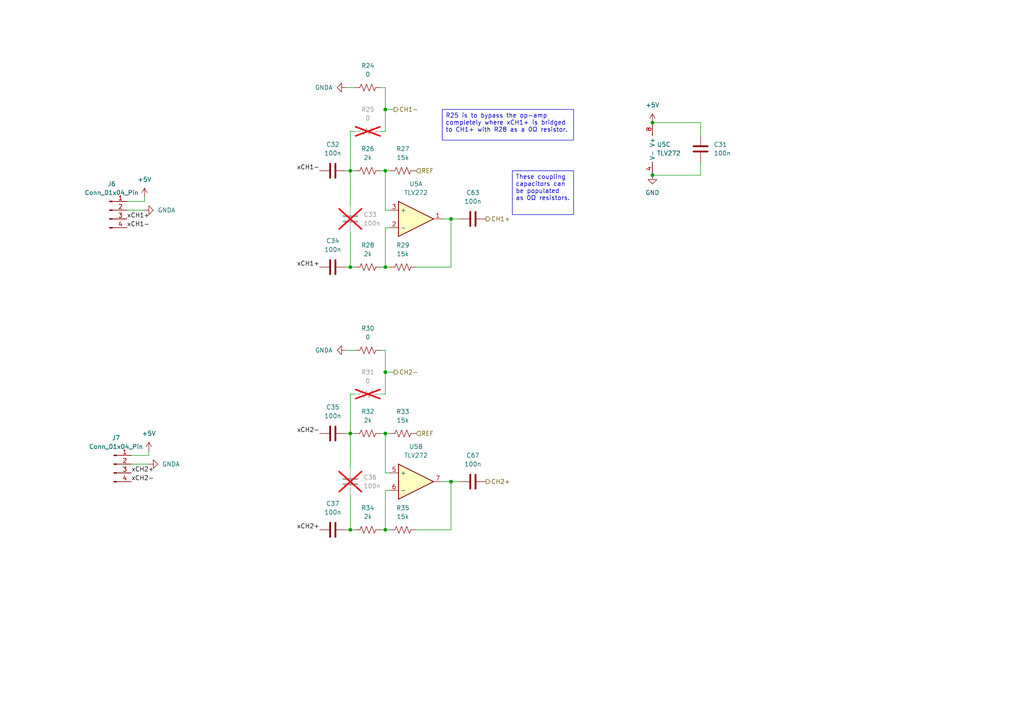
<source format=kicad_sch>
(kicad_sch (version 20230121) (generator eeschema)
  (paper "A4")
  (lib_symbols
    (symbol "Connector:Conn_01x04_Pin" (pin_names (offset 1.016) hide)
      (property "Reference" "J" (at 0 5.08 0))
      (property "Value" "Conn_01x04_Pin" (at 0 -7.62 0))
      (symbol "Conn_01x04_Pin_1_1"
        (polyline (pts (xy 1.27 -5.08) (xy 0.8636 -5.08)) (stroke (width 0.1524)))
        (polyline (pts (xy 1.27 -2.54) (xy 0.8636 -2.54)) (stroke (width 0.1524)))
        (polyline (pts (xy 1.27 0) (xy 0.8636 0)) (stroke (width 0.1524)))
        (polyline (pts (xy 1.27 2.54) (xy 0.8636 2.54)) (stroke (width 0.1524)))
        (rectangle (start 0.8636 -4.953) (end 0 -5.207) (stroke (width 0.1524)) (fill (type outline)))
        (rectangle (start 0.8636 -2.413) (end 0 -2.667) (stroke (width 0.1524)) (fill (type outline)))
        (rectangle (start 0.8636 0.127) (end 0 -0.127) (stroke (width 0.1524)) (fill (type outline)))
        (rectangle (start 0.8636 2.667) (end 0 2.413) (stroke (width 0.1524)) (fill (type outline)))
        (pin passive line (at 5.08 2.54 180) (length 3.81) (name "Pin_1") (number "1"))
        (pin passive line (at 5.08 0 180) (length 3.81) (name "Pin_2") (number "2"))
        (pin passive line (at 5.08 -2.54 180) (length 3.81) (name "Pin_3") (number "3"))
        (pin passive line (at 5.08 -5.08 180) (length 3.81) (name "Pin_4") (number "4"))
      )
    )
    (symbol "Device:C" (pin_numbers hide) (pin_names (offset 0.254))
      (property "Reference" "C" (at 0.635 2.54 0))
      (property "Value" "C" (at 0.635 -2.54 0))
      (symbol "C_0_1"
        (polyline (pts (xy -2.032 -0.762) (xy 2.032 -0.762)) (stroke (width 0.508)))
        (polyline (pts (xy -2.032 0.762) (xy 2.032 0.762)) (stroke (width 0.508)))
      )
      (symbol "C_1_1"
        (pin passive line (at 0 3.81 270) (length 2.794) (name "~") (number "1"))
        (pin passive line (at 0 -3.81 90) (length 2.794) (name "~") (number "2"))
      )
    )
    (symbol "Device:Opamp_Dual"
      (property "Reference" "U" (at 0 5.08 0))
      (property "Value" "Opamp_Dual" (at 0 -5.08 0))
      (symbol "Opamp_Dual_1_1"
        (polyline (pts (xy -5.08 5.08) (xy 5.08 0) (xy -5.08 -5.08) (xy -5.08 5.08)) (stroke (width 0.254)) (fill (type background)))
        (pin output line (at 7.62 0 180) (length 2.54) (name "~") (number "1"))
        (pin input line (at -7.62 -2.54 0) (length 2.54) (name "-") (number "2"))
        (pin input line (at -7.62 2.54 0) (length 2.54) (name "+") (number "3"))
      )
      (symbol "Opamp_Dual_2_1"
        (polyline (pts (xy -5.08 5.08) (xy 5.08 0) (xy -5.08 -5.08) (xy -5.08 5.08)) (stroke (width 0.254)) (fill (type background)))
        (pin input line (at -7.62 2.54 0) (length 2.54) (name "+") (number "5"))
        (pin input line (at -7.62 -2.54 0) (length 2.54) (name "-") (number "6"))
        (pin output line (at 7.62 0 180) (length 2.54) (name "~") (number "7"))
      )
      (symbol "Opamp_Dual_3_1"
        (pin power_in line (at -2.54 -7.62 90) (length 3.81) (name "V-") (number "4"))
        (pin power_in line (at -2.54 7.62 270) (length 3.81) (name "V+") (number "8"))
      )
    )
    (symbol "Device:R_US" (pin_numbers hide) (pin_names (offset 0))
      (property "Reference" "R" (at 2.54 0 90))
      (property "Value" "R_US" (at -2.54 0 90))
      (symbol "R_US_0_1"
        (polyline (pts (xy 0 -2.286) (xy 0 -2.54)))
        (polyline (pts (xy 0 2.286) (xy 0 2.54)))
        (polyline (pts (xy 0 -0.762) (xy 1.016 -1.143) (xy 0 -1.524) (xy -1.016 -1.905) (xy 0 -2.286)))
        (polyline (pts (xy 0 0.762) (xy 1.016 0.381) (xy 0 0) (xy -1.016 -0.381) (xy 0 -0.762)))
        (polyline (pts (xy 0 2.286) (xy 1.016 1.905) (xy 0 1.524) (xy -1.016 1.143) (xy 0 0.762)))
      )
      (symbol "R_US_1_1"
        (pin passive line (at 0 3.81 270) (length 1.27) (name "~") (number "1"))
        (pin passive line (at 0 -3.81 90) (length 1.27) (name "~") (number "2"))
      )
    )
    (symbol "power:+5V" (power) (pin_names (offset 0))
      (property "Value" "+5V" (at 0 3.556 0))
      (symbol "+5V_0_1"
        (polyline (pts (xy -0.762 1.27) (xy 0 2.54)))
        (polyline (pts (xy 0 0) (xy 0 2.54)))
        (polyline (pts (xy 0 2.54) (xy 0.762 1.27)))
      )
      (symbol "+5V_1_1"
        (pin power_in line (at 0 0 90) (length 0) hide (name "+5V") (number "1"))
      )
    )
    (symbol "power:GND" (power) (pin_names (offset 0))
      (property "Value" "GND" (at 0 -3.81 0))
      (symbol "GND_0_1"
        (polyline (pts (xy 0 0) (xy 0 -1.27) (xy 1.27 -1.27) (xy 0 -2.54) (xy -1.27 -1.27) (xy 0 -1.27)))
      )
      (symbol "GND_1_1"
        (pin power_in line (at 0 0 270) (length 0) hide (name "GND") (number "1"))
      )
    )
    (symbol "power:GNDA" (power) (pin_names (offset 0))
      (property "Value" "GNDA" (at 0 -3.81 0))
      (symbol "GNDA_0_1"
        (polyline (pts (xy 0 0) (xy 0 -1.27) (xy 1.27 -1.27) (xy 0 -2.54) (xy -1.27 -1.27) (xy 0 -1.27)))
      )
      (symbol "GNDA_1_1"
        (pin power_in line (at 0 0 270) (length 0) hide (name "GNDA") (number "1"))
      )
    )
  )
  (junction (at 130.81 63.5))
  (junction (at 101.6 77.47))
  (junction (at 101.6 49.53))
  (junction (at 111.76 107.95))
  (junction (at 101.6 125.73))
  (junction (at 111.76 77.47))
  (junction (at 111.76 153.67))
  (junction (at 111.76 49.53))
  (junction (at 130.81 139.7))
  (junction (at 189.23 35.56))
  (junction (at 101.6 153.67))
  (junction (at 189.23 50.8))
  (junction (at 111.76 31.75))
  (junction (at 111.76 125.73))
  (wire (pts (xy 130.81 153.67) (xy 130.81 139.7)))
  (wire (pts (xy 101.6 49.53) (xy 102.87 49.53)))
  (wire (pts (xy 111.76 60.96) (xy 111.76 49.53)))
  (wire (pts (xy 113.03 60.96) (xy 111.76 60.96)))
  (wire (pts (xy 203.2 39.37) (xy 203.2 35.56)))
  (wire (pts (xy 110.49 125.73) (xy 111.76 125.73)))
  (wire (pts (xy 110.49 77.47) (xy 111.76 77.47)))
  (wire (pts (xy 111.76 137.16) (xy 111.76 125.73)))
  (wire (pts (xy 111.76 114.3) (xy 111.76 107.95)))
  (wire (pts (xy 101.6 38.1) (xy 101.6 49.53)))
  (wire (pts (xy 36.83 60.96) (xy 41.91 60.96)))
  (wire (pts (xy 111.76 107.95) (xy 114.3 107.95)))
  (wire (pts (xy 101.6 114.3) (xy 101.6 125.73)))
  (wire (pts (xy 100.33 125.73) (xy 101.6 125.73)))
  (wire (pts (xy 101.6 143.51) (xy 101.6 153.67)))
  (wire (pts (xy 100.33 49.53) (xy 101.6 49.53)))
  (wire (pts (xy 130.81 139.7) (xy 128.27 139.7)))
  (wire (pts (xy 100.33 25.4) (xy 102.87 25.4)))
  (wire (pts (xy 111.76 77.47) (xy 113.03 77.47)))
  (wire (pts (xy 110.49 38.1) (xy 111.76 38.1)))
  (wire (pts (xy 111.76 153.67) (xy 113.03 153.67)))
  (wire (pts (xy 101.6 125.73) (xy 102.87 125.73)))
  (wire (pts (xy 110.49 153.67) (xy 111.76 153.67)))
  (wire (pts (xy 101.6 49.53) (xy 101.6 59.69)))
  (wire (pts (xy 120.65 153.67) (xy 130.81 153.67)))
  (wire (pts (xy 111.76 38.1) (xy 111.76 31.75)))
  (wire (pts (xy 101.6 38.1) (xy 102.87 38.1)))
  (wire (pts (xy 111.76 107.95) (xy 111.76 101.6)))
  (wire (pts (xy 101.6 67.31) (xy 101.6 77.47)))
  (wire (pts (xy 101.6 125.73) (xy 101.6 135.89)))
  (wire (pts (xy 111.76 66.04) (xy 111.76 77.47)))
  (wire (pts (xy 110.49 49.53) (xy 111.76 49.53)))
  (wire (pts (xy 203.2 35.56) (xy 189.23 35.56)))
  (wire (pts (xy 111.76 142.24) (xy 111.76 153.67)))
  (wire (pts (xy 120.65 77.47) (xy 130.81 77.47)))
  (wire (pts (xy 111.76 31.75) (xy 114.3 31.75)))
  (wire (pts (xy 36.83 58.42) (xy 41.91 58.42)))
  (wire (pts (xy 43.18 132.08) (xy 43.18 130.81)))
  (wire (pts (xy 38.1 132.08) (xy 43.18 132.08)))
  (wire (pts (xy 113.03 137.16) (xy 111.76 137.16)))
  (wire (pts (xy 111.76 25.4) (xy 110.49 25.4)))
  (wire (pts (xy 111.76 101.6) (xy 110.49 101.6)))
  (wire (pts (xy 111.76 31.75) (xy 111.76 25.4)))
  (wire (pts (xy 101.6 77.47) (xy 102.87 77.47)))
  (wire (pts (xy 113.03 142.24) (xy 111.76 142.24)))
  (wire (pts (xy 130.81 63.5) (xy 128.27 63.5)))
  (wire (pts (xy 110.49 114.3) (xy 111.76 114.3)))
  (wire (pts (xy 130.81 77.47) (xy 130.81 63.5)))
  (wire (pts (xy 130.81 63.5) (xy 133.35 63.5)))
  (wire (pts (xy 111.76 49.53) (xy 113.03 49.53)))
  (wire (pts (xy 111.76 125.73) (xy 113.03 125.73)))
  (wire (pts (xy 101.6 153.67) (xy 102.87 153.67)))
  (wire (pts (xy 100.33 153.67) (xy 101.6 153.67)))
  (wire (pts (xy 38.1 134.62) (xy 43.18 134.62)))
  (wire (pts (xy 100.33 101.6) (xy 102.87 101.6)))
  (wire (pts (xy 101.6 114.3) (xy 102.87 114.3)))
  (wire (pts (xy 41.91 58.42) (xy 41.91 57.15)))
  (wire (pts (xy 113.03 66.04) (xy 111.76 66.04)))
  (wire (pts (xy 203.2 46.99) (xy 203.2 50.8)))
  (wire (pts (xy 130.81 139.7) (xy 133.35 139.7)))
  (wire (pts (xy 100.33 77.47) (xy 101.6 77.47)))
  (wire (pts (xy 203.2 50.8) (xy 189.23 50.8)))
  (text_box "These coupling capacitors can be populated as 0Ω resistors." (at 148.59 49.53 0) (size 17.78 12.7) (effects (font (size 1.27 1.27)) (justify left top)))
  (text_box "R25 is to bypass the op-amp completely where xCH1+ is bridged to CH1+ with R28 as a 0Ω resistor." (at 128.27 31.75 0) (size 38.1 8.89) (effects (font (size 1.27 1.27)) (justify left top)))
  (label "xCH1-" (at 92.71 49.53 180))
  (label "xCH2-" (at 38.1 139.7 0))
  (label "xCH1+" (at 92.71 77.47 180))
  (label "xCH2+" (at 38.1 137.16 0))
  (label "xCH2+" (at 92.71 153.67 180))
  (label "xCH1+" (at 36.83 63.5 0))
  (label "xCH1-" (at 36.83 66.04 0))
  (label "xCH2-" (at 92.71 125.73 180))
  (hierarchical_label "CH2+" (shape output) (at 140.97 139.7 0))
  (hierarchical_label "REF" (shape input) (at 120.65 49.53 0))
  (hierarchical_label "REF" (shape input) (at 120.65 125.73 0))
  (hierarchical_label "CH1+" (shape output) (at 140.97 63.5 0))
  (hierarchical_label "CH2-" (shape output) (at 114.3 107.95 0))
  (hierarchical_label "CH1-" (shape output) (at 114.3 31.75 0))
  (symbol (lib_id "Device:Opamp_Dual") (at 120.65 139.7 0) (unit 2)
    (property "Reference" "U5" (at 120.65 129.54 0))
    (property "Value" "TLV272" (at 120.65 132.08 0))
    (property "Footprint" "Package_SO:MSOP-8_3x3mm_P0.65mm" (effects hide))
    (instances (project "fyp_nubots_ssl" (path "" (reference "U5") (unit 2)) (path "" (reference "U6") (unit 2)) (path "" (reference "U7") (unit 2)) (path "" (reference "U8") (unit 2))))
  )
  (symbol (lib_id "power:GNDA") (at 43.18 134.62 90) (unit 1)
    (property "Reference" "#PWR049" (effects hide))
    (property "Value" "GNDA" (at 46.99 134.62 90) (effects (justify right)))
    (instances (project "fyp_nubots_ssl" (path "" (reference "#PWR049") (unit 1)) (path "" (reference "#PWR071") (unit 1)) (path "" (reference "#PWR079") (unit 1)) (path "" (reference "#PWR087") (unit 1))))
  )
  (symbol (lib_id "Connector:Conn_01x04_Pin") (at 31.75 60.96 0) (unit 1)
    (property "Reference" "J6" (at 32.385 53.34 0))
    (property "Value" "Conn_01x04_Pin" (at 32.385 55.88 0))
    (property "Footprint" "Connector_Molex:Molex_PicoBlade_53047-0410_1x04_P1.25mm_Vertical" (effects hide))
    (instances (project "fyp_nubots_ssl" (path "" (reference "J6") (unit 1)) (path "" (reference "J8") (unit 1)) (path "" (reference "J10") (unit 1)) (path "" (reference "J12") (unit 1))))
  )
  (symbol (lib_id "Device:C") (at 137.16 63.5 90) (unit 1)
    (property "Reference" "C63" (at 137.16 55.88 90))
    (property "Value" "100n" (at 137.16 58.42 90))
    (property "Footprint" "Capacitor_SMD:C_0603_1608Metric" (effects hide))
    (instances (project "fyp_nubots_ssl" (path "" (reference "C63") (unit 1)) (path "" (reference "C62") (unit 1)) (path "" (reference "C64") (unit 1)) (path "" (reference "C65") (unit 1))))
  )
  (symbol (lib_id "power:+5V") (at 41.91 57.15 0) (unit 1)
    (property "Reference" "#PWR045" (effects hide))
    (property "Value" "+5V" (at 41.91 52.07 0))
    (instances (project "fyp_nubots_ssl" (path "" (reference "#PWR045") (unit 1)) (path "" (reference "#PWR067") (unit 1)) (path "" (reference "#PWR075") (unit 1)) (path "" (reference "#PWR083") (unit 1))))
  )
  (symbol (lib_id "Device:R_US") (at 116.84 49.53 90) (unit 1)
    (property "Reference" "R27" (at 116.84 43.18 90))
    (property "Value" "15k" (at 116.84 45.72 90))
    (property "Footprint" "Resistor_SMD:R_0603_1608Metric" (effects hide))
    (instances (project "fyp_nubots_ssl" (path "" (reference "R27") (unit 1)) (path "" (reference "R39") (unit 1)) (path "" (reference "R51") (unit 1)) (path "" (reference "R63") (unit 1))))
  )
  (symbol (lib_id "Device:R_US") (at 116.84 153.67 90) (unit 1)
    (property "Reference" "R35" (at 116.84 147.32 90))
    (property "Value" "15k" (at 116.84 149.86 90))
    (property "Footprint" "Resistor_SMD:R_0603_1608Metric" (effects hide))
    (instances (project "fyp_nubots_ssl" (path "" (reference "R35") (unit 1)) (path "" (reference "R47") (unit 1)) (path "" (reference "R59") (unit 1)) (path "" (reference "R71") (unit 1))))
  )
  (symbol (lib_id "Device:C") (at 96.52 49.53 90) (unit 1)
    (property "Reference" "C32" (at 96.52 41.91 90))
    (property "Value" "100n" (at 96.52 44.45 90))
    (property "Footprint" "Capacitor_SMD:C_0603_1608Metric" (effects hide))
    (instances (project "fyp_nubots_ssl" (path "" (reference "C32") (unit 1)) (path "" (reference "C39") (unit 1)) (path "" (reference "C46") (unit 1)) (path "" (reference "C53") (unit 1))))
  )
  (symbol (lib_id "Device:R_US") (at 106.68 114.3 90) (unit 1) (dnp yes)
    (property "Reference" "R31" (at 106.68 107.95 90))
    (property "Value" "0" (at 106.68 110.49 90))
    (property "Footprint" "Resistor_SMD:R_0603_1608Metric" (effects hide))
    (instances (project "fyp_nubots_ssl" (path "" (reference "R31") (unit 1)) (path "" (reference "R43") (unit 1)) (path "" (reference "R55") (unit 1)) (path "" (reference "R67") (unit 1))))
  )
  (symbol (lib_id "Device:R_US") (at 106.68 25.4 90) (unit 1)
    (property "Reference" "R24" (at 106.68 19.05 90))
    (property "Value" "0" (at 106.68 21.59 90))
    (property "Footprint" "Resistor_SMD:R_0603_1608Metric" (effects hide))
    (instances (project "fyp_nubots_ssl" (path "" (reference "R24") (unit 1)) (path "" (reference "R36") (unit 1)) (path "" (reference "R48") (unit 1)) (path "" (reference "R60") (unit 1))))
  )
  (symbol (lib_id "Device:C") (at 101.6 63.5 180) (unit 1) (dnp yes)
    (property "Reference" "C33" (at 105.41 62.23 0) (effects (justify right)))
    (property "Value" "100n" (at 105.41 64.77 0) (effects (justify right)))
    (property "Footprint" "Capacitor_SMD:C_0603_1608Metric" (effects hide))
    (instances (project "fyp_nubots_ssl" (path "" (reference "C33") (unit 1)) (path "" (reference "C40") (unit 1)) (path "" (reference "C47") (unit 1)) (path "" (reference "C54") (unit 1))))
  )
  (symbol (lib_id "power:+5V") (at 43.18 130.81 0) (unit 1)
    (property "Reference" "#PWR048" (effects hide))
    (property "Value" "+5V" (at 43.18 125.73 0))
    (instances (project "fyp_nubots_ssl" (path "" (reference "#PWR048") (unit 1)) (path "" (reference "#PWR070") (unit 1)) (path "" (reference "#PWR078") (unit 1)) (path "" (reference "#PWR086") (unit 1))))
  )
  (symbol (lib_id "Device:R_US") (at 106.68 49.53 90) (unit 1)
    (property "Reference" "R26" (at 106.68 43.18 90))
    (property "Value" "2k" (at 106.68 45.72 90))
    (property "Footprint" "Resistor_SMD:R_0603_1608Metric" (effects hide))
    (instances (project "fyp_nubots_ssl" (path "" (reference "R26") (unit 1)) (path "" (reference "R38") (unit 1)) (path "" (reference "R50") (unit 1)) (path "" (reference "R62") (unit 1))))
  )
  (symbol (lib_id "Device:Opamp_Dual") (at 120.65 63.5 0) (unit 1)
    (property "Reference" "U5" (at 120.65 53.34 0))
    (property "Value" "TLV272" (at 120.65 55.88 0))
    (property "Footprint" "Package_SO:MSOP-8_3x3mm_P0.65mm" (effects hide))
    (instances (project "fyp_nubots_ssl" (path "" (reference "U5") (unit 1)) (path "" (reference "U6") (unit 1)) (path "" (reference "U7") (unit 1)) (path "" (reference "U8") (unit 1))))
  )
  (symbol (lib_id "Device:R_US") (at 106.68 77.47 90) (unit 1)
    (property "Reference" "R28" (at 106.68 71.12 90))
    (property "Value" "2k" (at 106.68 73.66 90))
    (property "Footprint" "Resistor_SMD:R_0603_1608Metric" (effects hide))
    (instances (project "fyp_nubots_ssl" (path "" (reference "R28") (unit 1)) (path "" (reference "R40") (unit 1)) (path "" (reference "R52") (unit 1)) (path "" (reference "R64") (unit 1))))
  )
  (symbol (lib_id "Connector:Conn_01x04_Pin") (at 33.02 134.62 0) (unit 1)
    (property "Reference" "J7" (at 33.655 127 0))
    (property "Value" "Conn_01x04_Pin" (at 33.655 129.54 0))
    (property "Footprint" "Connector_Molex:Molex_PicoBlade_53047-0410_1x04_P1.25mm_Vertical" (effects hide))
    (instances (project "fyp_nubots_ssl" (path "" (reference "J7") (unit 1)) (path "" (reference "J9") (unit 1)) (path "" (reference "J11") (unit 1)) (path "" (reference "J13") (unit 1))))
  )
  (symbol (lib_id "power:GNDA") (at 41.91 60.96 90) (unit 1)
    (property "Reference" "#PWR046" (effects hide))
    (property "Value" "GNDA" (at 45.72 60.96 90) (effects (justify right)))
    (instances (project "fyp_nubots_ssl" (path "" (reference "#PWR046") (unit 1)) (path "" (reference "#PWR068") (unit 1)) (path "" (reference "#PWR076") (unit 1)) (path "" (reference "#PWR084") (unit 1))))
  )
  (symbol (lib_id "power:GNDA") (at 100.33 25.4 270) (unit 1)
    (property "Reference" "#PWR040" (effects hide))
    (property "Value" "GNDA" (at 96.52 25.4 90) (effects (justify right)))
    (instances (project "fyp_nubots_ssl" (path "" (reference "#PWR040") (unit 1)) (path "" (reference "#PWR064") (unit 1)) (path "" (reference "#PWR072") (unit 1)) (path "" (reference "#PWR080") (unit 1))))
  )
  (symbol (lib_id "Device:R_US") (at 116.84 125.73 90) (unit 1)
    (property "Reference" "R33" (at 116.84 119.38 90))
    (property "Value" "15k" (at 116.84 121.92 90))
    (property "Footprint" "Resistor_SMD:R_0603_1608Metric" (effects hide))
    (instances (project "fyp_nubots_ssl" (path "" (reference "R33") (unit 1)) (path "" (reference "R45") (unit 1)) (path "" (reference "R57") (unit 1)) (path "" (reference "R69") (unit 1))))
  )
  (symbol (lib_id "power:GNDA") (at 100.33 101.6 270) (unit 1)
    (property "Reference" "#PWR047" (effects hide))
    (property "Value" "GNDA" (at 96.52 101.6 90) (effects (justify right)))
    (instances (project "fyp_nubots_ssl" (path "" (reference "#PWR047") (unit 1)) (path "" (reference "#PWR069") (unit 1)) (path "" (reference "#PWR077") (unit 1)) (path "" (reference "#PWR085") (unit 1))))
  )
  (symbol (lib_id "power:GND") (at 189.23 50.8 0) (unit 1)
    (property "Reference" "#PWR042" (effects hide))
    (property "Value" "GND" (at 189.23 55.88 0))
    (instances (project "fyp_nubots_ssl" (path "" (reference "#PWR042") (unit 1)) (path "" (reference "#PWR066") (unit 1)) (path "" (reference "#PWR074") (unit 1)) (path "" (reference "#PWR082") (unit 1))))
  )
  (symbol (lib_id "Device:Opamp_Dual") (at 191.77 43.18 0) (unit 3)
    (property "Reference" "U5" (at 190.5 41.91 0) (effects (justify left)))
    (property "Value" "TLV272" (at 190.5 44.45 0) (effects (justify left)))
    (property "Footprint" "Package_SO:MSOP-8_3x3mm_P0.65mm" (effects hide))
    (instances (project "fyp_nubots_ssl" (path "" (reference "U5") (unit 3)) (path "" (reference "U6") (unit 3)) (path "" (reference "U7") (unit 3)) (path "" (reference "U8") (unit 3))))
  )
  (symbol (lib_id "Device:C") (at 96.52 125.73 90) (unit 1)
    (property "Reference" "C35" (at 96.52 118.11 90))
    (property "Value" "100n" (at 96.52 120.65 90))
    (property "Footprint" "Capacitor_SMD:C_0603_1608Metric" (effects hide))
    (instances (project "fyp_nubots_ssl" (path "" (reference "C35") (unit 1)) (path "" (reference "C42") (unit 1)) (path "" (reference "C49") (unit 1)) (path "" (reference "C56") (unit 1))))
  )
  (symbol (lib_id "Device:C") (at 203.2 43.18 0) (unit 1)
    (property "Reference" "C31" (at 207.01 41.91 0) (effects (justify left)))
    (property "Value" "100n" (at 207.01 44.45 0) (effects (justify left)))
    (property "Footprint" "Capacitor_SMD:C_0603_1608Metric" (effects hide))
    (instances (project "fyp_nubots_ssl" (path "" (reference "C31") (unit 1)) (path "" (reference "C38") (unit 1)) (path "" (reference "C45") (unit 1)) (path "" (reference "C52") (unit 1))))
  )
  (symbol (lib_id "Device:C") (at 101.6 139.7 180) (unit 1) (dnp yes)
    (property "Reference" "C36" (at 105.41 138.43 0) (effects (justify right)))
    (property "Value" "100n" (at 105.41 140.97 0) (effects (justify right)))
    (property "Footprint" "Capacitor_SMD:C_0603_1608Metric" (effects hide))
    (instances (project "fyp_nubots_ssl" (path "" (reference "C36") (unit 1)) (path "" (reference "C43") (unit 1)) (path "" (reference "C50") (unit 1)) (path "" (reference "C57") (unit 1))))
  )
  (symbol (lib_id "Device:C") (at 96.52 77.47 90) (unit 1)
    (property "Reference" "C34" (at 96.52 69.85 90))
    (property "Value" "100n" (at 96.52 72.39 90))
    (property "Footprint" "Capacitor_SMD:C_0603_1608Metric" (effects hide))
    (instances (project "fyp_nubots_ssl" (path "" (reference "C34") (unit 1)) (path "" (reference "C41") (unit 1)) (path "" (reference "C48") (unit 1)) (path "" (reference "C55") (unit 1))))
  )
  (symbol (lib_id "Device:R_US") (at 106.68 125.73 90) (unit 1)
    (property "Reference" "R32" (at 106.68 119.38 90))
    (property "Value" "2k" (at 106.68 121.92 90))
    (property "Footprint" "Resistor_SMD:R_0603_1608Metric" (effects hide))
    (instances (project "fyp_nubots_ssl" (path "" (reference "R32") (unit 1)) (path "" (reference "R44") (unit 1)) (path "" (reference "R56") (unit 1)) (path "" (reference "R68") (unit 1))))
  )
  (symbol (lib_id "Device:R_US") (at 116.84 77.47 90) (unit 1)
    (property "Reference" "R29" (at 116.84 71.12 90))
    (property "Value" "15k" (at 116.84 73.66 90))
    (property "Footprint" "Resistor_SMD:R_0603_1608Metric" (effects hide))
    (instances (project "fyp_nubots_ssl" (path "" (reference "R29") (unit 1)) (path "" (reference "R41") (unit 1)) (path "" (reference "R53") (unit 1)) (path "" (reference "R65") (unit 1))))
  )
  (symbol (lib_id "Device:C") (at 137.16 139.7 90) (unit 1)
    (property "Reference" "C67" (at 137.16 132.08 90))
    (property "Value" "100n" (at 137.16 134.62 90))
    (property "Footprint" "Capacitor_SMD:C_0603_1608Metric" (effects hide))
    (instances (project "fyp_nubots_ssl" (path "" (reference "C67") (unit 1)) (path "" (reference "C66") (unit 1)) (path "" (reference "C68") (unit 1)) (path "" (reference "C69") (unit 1))))
  )
  (symbol (lib_id "Device:C") (at 96.52 153.67 90) (unit 1)
    (property "Reference" "C37" (at 96.52 146.05 90))
    (property "Value" "100n" (at 96.52 148.59 90))
    (property "Footprint" "Capacitor_SMD:C_0603_1608Metric" (effects hide))
    (instances (project "fyp_nubots_ssl" (path "" (reference "C37") (unit 1)) (path "" (reference "C44") (unit 1)) (path "" (reference "C51") (unit 1)) (path "" (reference "C58") (unit 1))))
  )
  (symbol (lib_id "Device:R_US") (at 106.68 153.67 90) (unit 1)
    (property "Reference" "R34" (at 106.68 147.32 90))
    (property "Value" "2k" (at 106.68 149.86 90))
    (property "Footprint" "Resistor_SMD:R_0603_1608Metric" (effects hide))
    (instances (project "fyp_nubots_ssl" (path "" (reference "R34") (unit 1)) (path "" (reference "R46") (unit 1)) (path "" (reference "R58") (unit 1)) (path "" (reference "R70") (unit 1))))
  )
  (symbol (lib_id "Device:R_US") (at 106.68 38.1 90) (unit 1) (dnp yes)
    (property "Reference" "R25" (at 106.68 31.75 90))
    (property "Value" "0" (at 106.68 34.29 90))
    (property "Footprint" "Resistor_SMD:R_0603_1608Metric" (effects hide))
    (instances (project "fyp_nubots_ssl" (path "" (reference "R25") (unit 1)) (path "" (reference "R37") (unit 1)) (path "" (reference "R49") (unit 1)) (path "" (reference "R61") (unit 1))))
  )
  (symbol (lib_id "Device:R_US") (at 106.68 101.6 90) (unit 1)
    (property "Reference" "R30" (at 106.68 95.25 90))
    (property "Value" "0" (at 106.68 97.79 90))
    (property "Footprint" "Resistor_SMD:R_0603_1608Metric" (effects hide))
    (instances (project "fyp_nubots_ssl" (path "" (reference "R30") (unit 1)) (path "" (reference "R42") (unit 1)) (path "" (reference "R54") (unit 1)) (path "" (reference "R66") (unit 1))))
  )
  (symbol (lib_id "power:+5V") (at 189.23 35.56 0) (unit 1)
    (property "Reference" "#PWR041" (effects hide))
    (property "Value" "+5V" (at 189.23 30.48 0))
    (instances (project "fyp_nubots_ssl" (path "" (reference "#PWR041") (unit 1)) (path "" (reference "#PWR065") (unit 1)) (path "" (reference "#PWR073") (unit 1)) (path "" (reference "#PWR081") (unit 1))))
  )
)
</source>
